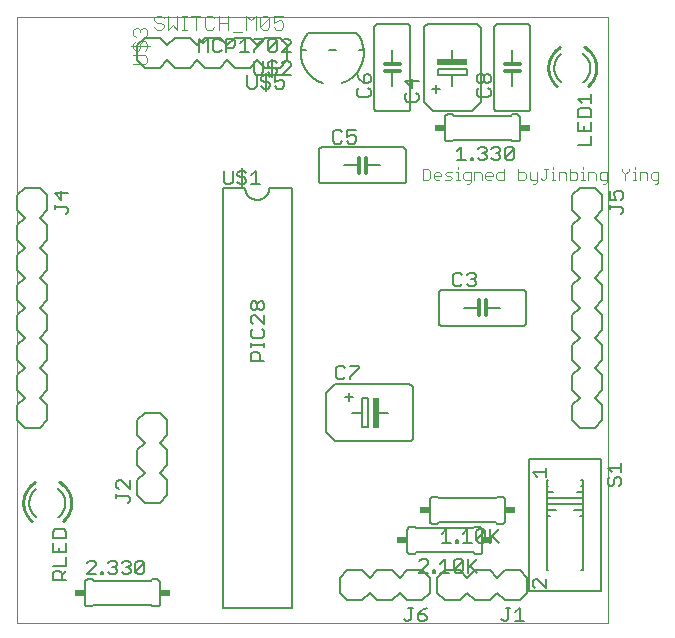
<source format=gto>
G75*
%MOIN*%
%OFA0B0*%
%FSLAX25Y25*%
%IPPOS*%
%LPD*%
%AMOC8*
5,1,8,0,0,1.08239X$1,22.5*
%
%ADD10C,0.00000*%
%ADD11C,0.00300*%
%ADD12C,0.01200*%
%ADD13C,0.00600*%
%ADD14C,0.00500*%
%ADD15C,0.00800*%
%ADD16C,0.01000*%
%ADD17C,0.00400*%
%ADD18R,0.10000X0.02000*%
%ADD19R,0.02000X0.10000*%
%ADD20R,0.03400X0.02400*%
D10*
X0001800Y0002367D02*
X0001800Y0204217D01*
X0198650Y0204217D01*
X0198650Y0002367D01*
X0001800Y0002367D01*
D11*
X0151689Y0148782D02*
X0152306Y0148782D01*
X0152924Y0149399D01*
X0152924Y0152485D01*
X0151072Y0152485D01*
X0150455Y0151868D01*
X0150455Y0150634D01*
X0151072Y0150017D01*
X0152924Y0150017D01*
X0154138Y0150017D02*
X0154138Y0152485D01*
X0155990Y0152485D01*
X0156607Y0151868D01*
X0156607Y0150017D01*
X0157821Y0150634D02*
X0157821Y0151868D01*
X0158438Y0152485D01*
X0159673Y0152485D01*
X0160290Y0151868D01*
X0160290Y0151251D01*
X0157821Y0151251D01*
X0157821Y0150634D02*
X0158438Y0150017D01*
X0159673Y0150017D01*
X0161504Y0150634D02*
X0161504Y0151868D01*
X0162121Y0152485D01*
X0163973Y0152485D01*
X0163973Y0153720D02*
X0163973Y0150017D01*
X0162121Y0150017D01*
X0161504Y0150634D01*
X0168871Y0150017D02*
X0170722Y0150017D01*
X0171339Y0150634D01*
X0171339Y0151868D01*
X0170722Y0152485D01*
X0168871Y0152485D01*
X0168871Y0153720D02*
X0168871Y0150017D01*
X0172554Y0150634D02*
X0172554Y0152485D01*
X0172554Y0150634D02*
X0173171Y0150017D01*
X0175023Y0150017D01*
X0175023Y0149399D02*
X0174405Y0148782D01*
X0173788Y0148782D01*
X0175023Y0149399D02*
X0175023Y0152485D01*
X0176237Y0150634D02*
X0176854Y0150017D01*
X0177471Y0150017D01*
X0178088Y0150634D01*
X0178088Y0153720D01*
X0177471Y0153720D02*
X0178706Y0153720D01*
X0179920Y0152485D02*
X0180537Y0152485D01*
X0180537Y0150017D01*
X0179920Y0150017D02*
X0181154Y0150017D01*
X0182375Y0150017D02*
X0182375Y0152485D01*
X0184227Y0152485D01*
X0184844Y0151868D01*
X0184844Y0150017D01*
X0186059Y0150017D02*
X0187910Y0150017D01*
X0188527Y0150634D01*
X0188527Y0151868D01*
X0187910Y0152485D01*
X0186059Y0152485D01*
X0186059Y0153720D02*
X0186059Y0150017D01*
X0189742Y0150017D02*
X0190976Y0150017D01*
X0190359Y0150017D02*
X0190359Y0152485D01*
X0189742Y0152485D01*
X0190359Y0153720D02*
X0190359Y0154337D01*
X0192197Y0152485D02*
X0194049Y0152485D01*
X0194666Y0151868D01*
X0194666Y0150017D01*
X0195880Y0150634D02*
X0195880Y0151868D01*
X0196497Y0152485D01*
X0198349Y0152485D01*
X0198349Y0149399D01*
X0197732Y0148782D01*
X0197115Y0148782D01*
X0196497Y0150017D02*
X0198349Y0150017D01*
X0196497Y0150017D02*
X0195880Y0150634D01*
X0192197Y0150017D02*
X0192197Y0152485D01*
X0203247Y0153103D02*
X0204481Y0151868D01*
X0204481Y0150017D01*
X0204481Y0151868D02*
X0205715Y0153103D01*
X0205715Y0153720D01*
X0206930Y0152485D02*
X0207547Y0152485D01*
X0207547Y0150017D01*
X0206930Y0150017D02*
X0208164Y0150017D01*
X0209385Y0150017D02*
X0209385Y0152485D01*
X0211237Y0152485D01*
X0211854Y0151868D01*
X0211854Y0150017D01*
X0213068Y0150634D02*
X0213068Y0151868D01*
X0213685Y0152485D01*
X0215537Y0152485D01*
X0215537Y0149399D01*
X0214920Y0148782D01*
X0214303Y0148782D01*
X0213685Y0150017D02*
X0215537Y0150017D01*
X0213685Y0150017D02*
X0213068Y0150634D01*
X0207547Y0153720D02*
X0207547Y0154337D01*
X0203247Y0153720D02*
X0203247Y0153103D01*
X0180537Y0153720D02*
X0180537Y0154337D01*
X0149234Y0150017D02*
X0147999Y0150017D01*
X0148617Y0150017D02*
X0148617Y0152485D01*
X0147999Y0152485D01*
X0146785Y0152485D02*
X0144933Y0152485D01*
X0144316Y0151868D01*
X0144933Y0151251D01*
X0146168Y0151251D01*
X0146785Y0150634D01*
X0146168Y0150017D01*
X0144316Y0150017D01*
X0143102Y0151251D02*
X0140633Y0151251D01*
X0140633Y0150634D02*
X0140633Y0151868D01*
X0141250Y0152485D01*
X0142485Y0152485D01*
X0143102Y0151868D01*
X0143102Y0151251D01*
X0142485Y0150017D02*
X0141250Y0150017D01*
X0140633Y0150634D01*
X0139419Y0150634D02*
X0139419Y0153103D01*
X0138802Y0153720D01*
X0136950Y0153720D01*
X0136950Y0150017D01*
X0138802Y0150017D01*
X0139419Y0150634D01*
X0148617Y0153720D02*
X0148617Y0154337D01*
D12*
X0118100Y0154867D02*
X0118100Y0152367D01*
X0118100Y0154867D02*
X0118100Y0157367D01*
X0115600Y0157367D02*
X0115600Y0154867D01*
X0115600Y0152367D01*
X0124300Y0186167D02*
X0126800Y0186167D01*
X0129300Y0186167D01*
X0129300Y0188667D02*
X0126800Y0188667D01*
X0124300Y0188667D01*
X0164300Y0188667D02*
X0166800Y0188667D01*
X0169300Y0188667D01*
X0169300Y0186167D02*
X0166800Y0186167D01*
X0164300Y0186167D01*
X0158100Y0109867D02*
X0158100Y0107367D01*
X0158100Y0104867D01*
X0155600Y0104867D02*
X0155600Y0107367D01*
X0155600Y0109867D01*
D13*
X0155600Y0107367D02*
X0150800Y0107367D01*
X0143300Y0113367D02*
X0143240Y0113365D01*
X0143179Y0113360D01*
X0143120Y0113351D01*
X0143061Y0113338D01*
X0143002Y0113322D01*
X0142945Y0113302D01*
X0142890Y0113279D01*
X0142835Y0113252D01*
X0142783Y0113223D01*
X0142732Y0113190D01*
X0142683Y0113154D01*
X0142637Y0113116D01*
X0142593Y0113074D01*
X0142551Y0113030D01*
X0142513Y0112984D01*
X0142477Y0112935D01*
X0142444Y0112884D01*
X0142415Y0112832D01*
X0142388Y0112777D01*
X0142365Y0112722D01*
X0142345Y0112665D01*
X0142329Y0112606D01*
X0142316Y0112547D01*
X0142307Y0112488D01*
X0142302Y0112427D01*
X0142300Y0112367D01*
X0142300Y0102367D01*
X0142302Y0102307D01*
X0142307Y0102246D01*
X0142316Y0102187D01*
X0142329Y0102128D01*
X0142345Y0102069D01*
X0142365Y0102012D01*
X0142388Y0101957D01*
X0142415Y0101902D01*
X0142444Y0101850D01*
X0142477Y0101799D01*
X0142513Y0101750D01*
X0142551Y0101704D01*
X0142593Y0101660D01*
X0142637Y0101618D01*
X0142683Y0101580D01*
X0142732Y0101544D01*
X0142783Y0101511D01*
X0142835Y0101482D01*
X0142890Y0101455D01*
X0142945Y0101432D01*
X0143002Y0101412D01*
X0143061Y0101396D01*
X0143120Y0101383D01*
X0143179Y0101374D01*
X0143240Y0101369D01*
X0143300Y0101367D01*
X0170300Y0101367D01*
X0170360Y0101369D01*
X0170421Y0101374D01*
X0170480Y0101383D01*
X0170539Y0101396D01*
X0170598Y0101412D01*
X0170655Y0101432D01*
X0170710Y0101455D01*
X0170765Y0101482D01*
X0170817Y0101511D01*
X0170868Y0101544D01*
X0170917Y0101580D01*
X0170963Y0101618D01*
X0171007Y0101660D01*
X0171049Y0101704D01*
X0171087Y0101750D01*
X0171123Y0101799D01*
X0171156Y0101850D01*
X0171185Y0101902D01*
X0171212Y0101957D01*
X0171235Y0102012D01*
X0171255Y0102069D01*
X0171271Y0102128D01*
X0171284Y0102187D01*
X0171293Y0102246D01*
X0171298Y0102307D01*
X0171300Y0102367D01*
X0171300Y0112367D01*
X0171298Y0112427D01*
X0171293Y0112488D01*
X0171284Y0112547D01*
X0171271Y0112606D01*
X0171255Y0112665D01*
X0171235Y0112722D01*
X0171212Y0112777D01*
X0171185Y0112832D01*
X0171156Y0112884D01*
X0171123Y0112935D01*
X0171087Y0112984D01*
X0171049Y0113030D01*
X0171007Y0113074D01*
X0170963Y0113116D01*
X0170917Y0113154D01*
X0170868Y0113190D01*
X0170817Y0113223D01*
X0170765Y0113252D01*
X0170710Y0113279D01*
X0170655Y0113302D01*
X0170598Y0113322D01*
X0170539Y0113338D01*
X0170480Y0113351D01*
X0170421Y0113360D01*
X0170360Y0113365D01*
X0170300Y0113367D01*
X0143300Y0113367D01*
X0158100Y0107367D02*
X0162800Y0107367D01*
X0133800Y0080367D02*
X0133800Y0064367D01*
X0133798Y0064291D01*
X0133792Y0064215D01*
X0133783Y0064140D01*
X0133769Y0064065D01*
X0133752Y0063991D01*
X0133731Y0063918D01*
X0133707Y0063846D01*
X0133678Y0063775D01*
X0133647Y0063706D01*
X0133612Y0063639D01*
X0133573Y0063574D01*
X0133531Y0063510D01*
X0133486Y0063449D01*
X0133438Y0063390D01*
X0133387Y0063334D01*
X0133333Y0063280D01*
X0133277Y0063229D01*
X0133218Y0063181D01*
X0133157Y0063136D01*
X0133093Y0063094D01*
X0133028Y0063055D01*
X0132961Y0063020D01*
X0132892Y0062989D01*
X0132821Y0062960D01*
X0132749Y0062936D01*
X0132676Y0062915D01*
X0132602Y0062898D01*
X0132527Y0062884D01*
X0132452Y0062875D01*
X0132376Y0062869D01*
X0132300Y0062867D01*
X0107800Y0062867D01*
X0104800Y0065867D01*
X0104800Y0078867D01*
X0107800Y0081867D01*
X0132300Y0081867D01*
X0132376Y0081865D01*
X0132452Y0081859D01*
X0132527Y0081850D01*
X0132602Y0081836D01*
X0132676Y0081819D01*
X0132749Y0081798D01*
X0132821Y0081774D01*
X0132892Y0081745D01*
X0132961Y0081714D01*
X0133028Y0081679D01*
X0133093Y0081640D01*
X0133157Y0081598D01*
X0133218Y0081553D01*
X0133277Y0081505D01*
X0133333Y0081454D01*
X0133387Y0081400D01*
X0133438Y0081344D01*
X0133486Y0081285D01*
X0133531Y0081224D01*
X0133573Y0081160D01*
X0133612Y0081095D01*
X0133647Y0081028D01*
X0133678Y0080959D01*
X0133707Y0080888D01*
X0133731Y0080816D01*
X0133752Y0080743D01*
X0133769Y0080669D01*
X0133783Y0080594D01*
X0133792Y0080519D01*
X0133798Y0080443D01*
X0133800Y0080367D01*
X0125300Y0072367D02*
X0121800Y0072367D01*
X0116800Y0072367D02*
X0116800Y0067567D01*
X0118800Y0067567D01*
X0118800Y0077167D01*
X0116800Y0077167D01*
X0116800Y0072367D01*
X0113300Y0072367D01*
X0112300Y0076467D02*
X0112300Y0078967D01*
X0113600Y0077767D02*
X0111000Y0077767D01*
X0140300Y0044367D02*
X0141800Y0044367D01*
X0142300Y0043867D01*
X0161300Y0043867D01*
X0161800Y0044367D01*
X0163300Y0044367D01*
X0163360Y0044365D01*
X0163421Y0044360D01*
X0163480Y0044351D01*
X0163539Y0044338D01*
X0163598Y0044322D01*
X0163655Y0044302D01*
X0163710Y0044279D01*
X0163765Y0044252D01*
X0163817Y0044223D01*
X0163868Y0044190D01*
X0163917Y0044154D01*
X0163963Y0044116D01*
X0164007Y0044074D01*
X0164049Y0044030D01*
X0164087Y0043984D01*
X0164123Y0043935D01*
X0164156Y0043884D01*
X0164185Y0043832D01*
X0164212Y0043777D01*
X0164235Y0043722D01*
X0164255Y0043665D01*
X0164271Y0043606D01*
X0164284Y0043547D01*
X0164293Y0043488D01*
X0164298Y0043427D01*
X0164300Y0043367D01*
X0164300Y0036367D01*
X0164298Y0036307D01*
X0164293Y0036246D01*
X0164284Y0036187D01*
X0164271Y0036128D01*
X0164255Y0036069D01*
X0164235Y0036012D01*
X0164212Y0035957D01*
X0164185Y0035902D01*
X0164156Y0035850D01*
X0164123Y0035799D01*
X0164087Y0035750D01*
X0164049Y0035704D01*
X0164007Y0035660D01*
X0163963Y0035618D01*
X0163917Y0035580D01*
X0163868Y0035544D01*
X0163817Y0035511D01*
X0163765Y0035482D01*
X0163710Y0035455D01*
X0163655Y0035432D01*
X0163598Y0035412D01*
X0163539Y0035396D01*
X0163480Y0035383D01*
X0163421Y0035374D01*
X0163360Y0035369D01*
X0163300Y0035367D01*
X0161800Y0035367D01*
X0161300Y0035867D01*
X0142300Y0035867D01*
X0141800Y0035367D01*
X0140300Y0035367D01*
X0140240Y0035369D01*
X0140179Y0035374D01*
X0140120Y0035383D01*
X0140061Y0035396D01*
X0140002Y0035412D01*
X0139945Y0035432D01*
X0139890Y0035455D01*
X0139835Y0035482D01*
X0139783Y0035511D01*
X0139732Y0035544D01*
X0139683Y0035580D01*
X0139637Y0035618D01*
X0139593Y0035660D01*
X0139551Y0035704D01*
X0139513Y0035750D01*
X0139477Y0035799D01*
X0139444Y0035850D01*
X0139415Y0035902D01*
X0139388Y0035957D01*
X0139365Y0036012D01*
X0139345Y0036069D01*
X0139329Y0036128D01*
X0139316Y0036187D01*
X0139307Y0036246D01*
X0139302Y0036307D01*
X0139300Y0036367D01*
X0139300Y0043367D01*
X0139302Y0043427D01*
X0139307Y0043488D01*
X0139316Y0043547D01*
X0139329Y0043606D01*
X0139345Y0043665D01*
X0139365Y0043722D01*
X0139388Y0043777D01*
X0139415Y0043832D01*
X0139444Y0043884D01*
X0139477Y0043935D01*
X0139513Y0043984D01*
X0139551Y0044030D01*
X0139593Y0044074D01*
X0139637Y0044116D01*
X0139683Y0044154D01*
X0139732Y0044190D01*
X0139783Y0044223D01*
X0139835Y0044252D01*
X0139890Y0044279D01*
X0139945Y0044302D01*
X0140002Y0044322D01*
X0140061Y0044338D01*
X0140120Y0044351D01*
X0140179Y0044360D01*
X0140240Y0044365D01*
X0140300Y0044367D01*
X0134300Y0034367D02*
X0132800Y0034367D01*
X0132740Y0034365D01*
X0132679Y0034360D01*
X0132620Y0034351D01*
X0132561Y0034338D01*
X0132502Y0034322D01*
X0132445Y0034302D01*
X0132390Y0034279D01*
X0132335Y0034252D01*
X0132283Y0034223D01*
X0132232Y0034190D01*
X0132183Y0034154D01*
X0132137Y0034116D01*
X0132093Y0034074D01*
X0132051Y0034030D01*
X0132013Y0033984D01*
X0131977Y0033935D01*
X0131944Y0033884D01*
X0131915Y0033832D01*
X0131888Y0033777D01*
X0131865Y0033722D01*
X0131845Y0033665D01*
X0131829Y0033606D01*
X0131816Y0033547D01*
X0131807Y0033488D01*
X0131802Y0033427D01*
X0131800Y0033367D01*
X0131800Y0026367D01*
X0131802Y0026307D01*
X0131807Y0026246D01*
X0131816Y0026187D01*
X0131829Y0026128D01*
X0131845Y0026069D01*
X0131865Y0026012D01*
X0131888Y0025957D01*
X0131915Y0025902D01*
X0131944Y0025850D01*
X0131977Y0025799D01*
X0132013Y0025750D01*
X0132051Y0025704D01*
X0132093Y0025660D01*
X0132137Y0025618D01*
X0132183Y0025580D01*
X0132232Y0025544D01*
X0132283Y0025511D01*
X0132335Y0025482D01*
X0132390Y0025455D01*
X0132445Y0025432D01*
X0132502Y0025412D01*
X0132561Y0025396D01*
X0132620Y0025383D01*
X0132679Y0025374D01*
X0132740Y0025369D01*
X0132800Y0025367D01*
X0134300Y0025367D01*
X0134800Y0025867D01*
X0153800Y0025867D01*
X0154300Y0025367D01*
X0155800Y0025367D01*
X0155860Y0025369D01*
X0155921Y0025374D01*
X0155980Y0025383D01*
X0156039Y0025396D01*
X0156098Y0025412D01*
X0156155Y0025432D01*
X0156210Y0025455D01*
X0156265Y0025482D01*
X0156317Y0025511D01*
X0156368Y0025544D01*
X0156417Y0025580D01*
X0156463Y0025618D01*
X0156507Y0025660D01*
X0156549Y0025704D01*
X0156587Y0025750D01*
X0156623Y0025799D01*
X0156656Y0025850D01*
X0156685Y0025902D01*
X0156712Y0025957D01*
X0156735Y0026012D01*
X0156755Y0026069D01*
X0156771Y0026128D01*
X0156784Y0026187D01*
X0156793Y0026246D01*
X0156798Y0026307D01*
X0156800Y0026367D01*
X0156800Y0033367D01*
X0156798Y0033427D01*
X0156793Y0033488D01*
X0156784Y0033547D01*
X0156771Y0033606D01*
X0156755Y0033665D01*
X0156735Y0033722D01*
X0156712Y0033777D01*
X0156685Y0033832D01*
X0156656Y0033884D01*
X0156623Y0033935D01*
X0156587Y0033984D01*
X0156549Y0034030D01*
X0156507Y0034074D01*
X0156463Y0034116D01*
X0156417Y0034154D01*
X0156368Y0034190D01*
X0156317Y0034223D01*
X0156265Y0034252D01*
X0156210Y0034279D01*
X0156155Y0034302D01*
X0156098Y0034322D01*
X0156039Y0034338D01*
X0155980Y0034351D01*
X0155921Y0034360D01*
X0155860Y0034365D01*
X0155800Y0034367D01*
X0154300Y0034367D01*
X0153800Y0033867D01*
X0134800Y0033867D01*
X0134300Y0034367D01*
X0172300Y0012867D02*
X0172300Y0056867D01*
X0196300Y0056867D01*
X0196300Y0012867D01*
X0172300Y0012867D01*
X0178300Y0019867D02*
X0178800Y0019867D01*
X0178300Y0019867D02*
X0178300Y0037867D01*
X0178300Y0039867D01*
X0178300Y0041867D01*
X0178300Y0043867D01*
X0178300Y0045867D01*
X0178300Y0047867D01*
X0178300Y0049867D01*
X0178800Y0049867D01*
X0178800Y0047867D02*
X0178300Y0047867D01*
X0178300Y0045867D02*
X0180300Y0045867D01*
X0178300Y0043867D02*
X0190300Y0043867D01*
X0190300Y0045867D01*
X0188300Y0045867D01*
X0190300Y0045867D02*
X0190300Y0047867D01*
X0189800Y0047867D01*
X0190300Y0047867D02*
X0190300Y0049867D01*
X0189800Y0049867D01*
X0190300Y0043867D02*
X0190300Y0041867D01*
X0190300Y0039867D01*
X0190300Y0037867D01*
X0190300Y0019867D01*
X0189800Y0019867D01*
X0190300Y0037867D02*
X0189300Y0037867D01*
X0190300Y0039867D02*
X0187300Y0039867D01*
X0190300Y0041867D02*
X0178300Y0041867D01*
X0178300Y0039867D02*
X0181300Y0039867D01*
X0179300Y0037867D02*
X0178300Y0037867D01*
X0093300Y0007367D02*
X0070300Y0007367D01*
X0070300Y0147367D01*
X0077800Y0147367D01*
X0077802Y0147241D01*
X0077808Y0147116D01*
X0077818Y0146991D01*
X0077832Y0146866D01*
X0077849Y0146741D01*
X0077871Y0146617D01*
X0077896Y0146494D01*
X0077926Y0146372D01*
X0077959Y0146251D01*
X0077996Y0146131D01*
X0078036Y0146012D01*
X0078081Y0145895D01*
X0078129Y0145778D01*
X0078181Y0145664D01*
X0078236Y0145551D01*
X0078295Y0145440D01*
X0078357Y0145331D01*
X0078423Y0145224D01*
X0078492Y0145119D01*
X0078564Y0145016D01*
X0078639Y0144915D01*
X0078718Y0144817D01*
X0078800Y0144722D01*
X0078884Y0144629D01*
X0078972Y0144539D01*
X0079062Y0144451D01*
X0079155Y0144367D01*
X0079250Y0144285D01*
X0079348Y0144206D01*
X0079449Y0144131D01*
X0079552Y0144059D01*
X0079657Y0143990D01*
X0079764Y0143924D01*
X0079873Y0143862D01*
X0079984Y0143803D01*
X0080097Y0143748D01*
X0080211Y0143696D01*
X0080328Y0143648D01*
X0080445Y0143603D01*
X0080564Y0143563D01*
X0080684Y0143526D01*
X0080805Y0143493D01*
X0080927Y0143463D01*
X0081050Y0143438D01*
X0081174Y0143416D01*
X0081299Y0143399D01*
X0081424Y0143385D01*
X0081549Y0143375D01*
X0081674Y0143369D01*
X0081800Y0143367D01*
X0081926Y0143369D01*
X0082051Y0143375D01*
X0082176Y0143385D01*
X0082301Y0143399D01*
X0082426Y0143416D01*
X0082550Y0143438D01*
X0082673Y0143463D01*
X0082795Y0143493D01*
X0082916Y0143526D01*
X0083036Y0143563D01*
X0083155Y0143603D01*
X0083272Y0143648D01*
X0083389Y0143696D01*
X0083503Y0143748D01*
X0083616Y0143803D01*
X0083727Y0143862D01*
X0083836Y0143924D01*
X0083943Y0143990D01*
X0084048Y0144059D01*
X0084151Y0144131D01*
X0084252Y0144206D01*
X0084350Y0144285D01*
X0084445Y0144367D01*
X0084538Y0144451D01*
X0084628Y0144539D01*
X0084716Y0144629D01*
X0084800Y0144722D01*
X0084882Y0144817D01*
X0084961Y0144915D01*
X0085036Y0145016D01*
X0085108Y0145119D01*
X0085177Y0145224D01*
X0085243Y0145331D01*
X0085305Y0145440D01*
X0085364Y0145551D01*
X0085419Y0145664D01*
X0085471Y0145778D01*
X0085519Y0145895D01*
X0085564Y0146012D01*
X0085604Y0146131D01*
X0085641Y0146251D01*
X0085674Y0146372D01*
X0085704Y0146494D01*
X0085729Y0146617D01*
X0085751Y0146741D01*
X0085768Y0146866D01*
X0085782Y0146991D01*
X0085792Y0147116D01*
X0085798Y0147241D01*
X0085800Y0147367D01*
X0093300Y0147367D01*
X0093300Y0007367D01*
X0049300Y0008867D02*
X0049300Y0015867D01*
X0049298Y0015927D01*
X0049293Y0015988D01*
X0049284Y0016047D01*
X0049271Y0016106D01*
X0049255Y0016165D01*
X0049235Y0016222D01*
X0049212Y0016277D01*
X0049185Y0016332D01*
X0049156Y0016384D01*
X0049123Y0016435D01*
X0049087Y0016484D01*
X0049049Y0016530D01*
X0049007Y0016574D01*
X0048963Y0016616D01*
X0048917Y0016654D01*
X0048868Y0016690D01*
X0048817Y0016723D01*
X0048765Y0016752D01*
X0048710Y0016779D01*
X0048655Y0016802D01*
X0048598Y0016822D01*
X0048539Y0016838D01*
X0048480Y0016851D01*
X0048421Y0016860D01*
X0048360Y0016865D01*
X0048300Y0016867D01*
X0046800Y0016867D01*
X0046300Y0016367D01*
X0027300Y0016367D01*
X0026800Y0016867D01*
X0025300Y0016867D01*
X0025240Y0016865D01*
X0025179Y0016860D01*
X0025120Y0016851D01*
X0025061Y0016838D01*
X0025002Y0016822D01*
X0024945Y0016802D01*
X0024890Y0016779D01*
X0024835Y0016752D01*
X0024783Y0016723D01*
X0024732Y0016690D01*
X0024683Y0016654D01*
X0024637Y0016616D01*
X0024593Y0016574D01*
X0024551Y0016530D01*
X0024513Y0016484D01*
X0024477Y0016435D01*
X0024444Y0016384D01*
X0024415Y0016332D01*
X0024388Y0016277D01*
X0024365Y0016222D01*
X0024345Y0016165D01*
X0024329Y0016106D01*
X0024316Y0016047D01*
X0024307Y0015988D01*
X0024302Y0015927D01*
X0024300Y0015867D01*
X0024300Y0008867D01*
X0024302Y0008807D01*
X0024307Y0008746D01*
X0024316Y0008687D01*
X0024329Y0008628D01*
X0024345Y0008569D01*
X0024365Y0008512D01*
X0024388Y0008457D01*
X0024415Y0008402D01*
X0024444Y0008350D01*
X0024477Y0008299D01*
X0024513Y0008250D01*
X0024551Y0008204D01*
X0024593Y0008160D01*
X0024637Y0008118D01*
X0024683Y0008080D01*
X0024732Y0008044D01*
X0024783Y0008011D01*
X0024835Y0007982D01*
X0024890Y0007955D01*
X0024945Y0007932D01*
X0025002Y0007912D01*
X0025061Y0007896D01*
X0025120Y0007883D01*
X0025179Y0007874D01*
X0025240Y0007869D01*
X0025300Y0007867D01*
X0026800Y0007867D01*
X0027300Y0008367D01*
X0046300Y0008367D01*
X0046800Y0007867D01*
X0048300Y0007867D01*
X0048360Y0007869D01*
X0048421Y0007874D01*
X0048480Y0007883D01*
X0048539Y0007896D01*
X0048598Y0007912D01*
X0048655Y0007932D01*
X0048710Y0007955D01*
X0048765Y0007982D01*
X0048817Y0008011D01*
X0048868Y0008044D01*
X0048917Y0008080D01*
X0048963Y0008118D01*
X0049007Y0008160D01*
X0049049Y0008204D01*
X0049087Y0008250D01*
X0049123Y0008299D01*
X0049156Y0008350D01*
X0049185Y0008402D01*
X0049212Y0008457D01*
X0049235Y0008512D01*
X0049255Y0008569D01*
X0049271Y0008628D01*
X0049284Y0008687D01*
X0049293Y0008746D01*
X0049298Y0008807D01*
X0049300Y0008867D01*
X0005800Y0042367D02*
X0005802Y0042519D01*
X0005808Y0042670D01*
X0005817Y0042821D01*
X0005831Y0042973D01*
X0005848Y0043123D01*
X0005869Y0043273D01*
X0005894Y0043423D01*
X0005922Y0043572D01*
X0005955Y0043720D01*
X0005991Y0043867D01*
X0006030Y0044014D01*
X0006074Y0044159D01*
X0006121Y0044303D01*
X0006172Y0044446D01*
X0006226Y0044587D01*
X0006284Y0044728D01*
X0006345Y0044866D01*
X0006410Y0045003D01*
X0006479Y0045139D01*
X0006550Y0045272D01*
X0006625Y0045404D01*
X0006704Y0045534D01*
X0006785Y0045661D01*
X0006870Y0045787D01*
X0006958Y0045911D01*
X0007049Y0046032D01*
X0007143Y0046151D01*
X0007241Y0046267D01*
X0007341Y0046381D01*
X0007443Y0046493D01*
X0007549Y0046601D01*
X0007657Y0046707D01*
X0007768Y0046811D01*
X0007882Y0046911D01*
X0007998Y0047009D01*
X0008117Y0047103D01*
X0017800Y0042367D02*
X0017798Y0042213D01*
X0017792Y0042059D01*
X0017782Y0041905D01*
X0017768Y0041751D01*
X0017751Y0041598D01*
X0017729Y0041446D01*
X0017703Y0041294D01*
X0017674Y0041142D01*
X0017640Y0040992D01*
X0017603Y0040842D01*
X0017562Y0040694D01*
X0017517Y0040546D01*
X0017468Y0040400D01*
X0017416Y0040255D01*
X0017360Y0040112D01*
X0017300Y0039969D01*
X0017237Y0039829D01*
X0017170Y0039690D01*
X0017099Y0039553D01*
X0017025Y0039418D01*
X0016948Y0039285D01*
X0016867Y0039153D01*
X0016783Y0039024D01*
X0016695Y0038897D01*
X0016604Y0038773D01*
X0016511Y0038651D01*
X0016413Y0038531D01*
X0016313Y0038414D01*
X0016210Y0038299D01*
X0016104Y0038187D01*
X0015996Y0038078D01*
X0015884Y0037972D01*
X0015770Y0037868D01*
X0015653Y0037768D01*
X0015534Y0037670D01*
X0015412Y0037576D01*
X0015287Y0037485D01*
X0017800Y0042367D02*
X0017798Y0042517D01*
X0017792Y0042668D01*
X0017783Y0042818D01*
X0017770Y0042967D01*
X0017753Y0043117D01*
X0017732Y0043266D01*
X0017708Y0043414D01*
X0017680Y0043562D01*
X0017648Y0043709D01*
X0017613Y0043855D01*
X0017573Y0044000D01*
X0017531Y0044144D01*
X0017484Y0044287D01*
X0017434Y0044429D01*
X0017381Y0044570D01*
X0017324Y0044709D01*
X0017264Y0044847D01*
X0017200Y0044983D01*
X0017133Y0045117D01*
X0017062Y0045250D01*
X0016988Y0045381D01*
X0016911Y0045510D01*
X0016830Y0045637D01*
X0016747Y0045762D01*
X0016660Y0045885D01*
X0016571Y0046006D01*
X0016478Y0046124D01*
X0016382Y0046240D01*
X0016284Y0046354D01*
X0016183Y0046465D01*
X0016078Y0046574D01*
X0015972Y0046679D01*
X0015862Y0046783D01*
X0015750Y0046883D01*
X0015636Y0046981D01*
X0015519Y0047075D01*
X0015400Y0047167D01*
X0005800Y0042367D02*
X0005802Y0042215D01*
X0005808Y0042064D01*
X0005817Y0041913D01*
X0005831Y0041761D01*
X0005848Y0041611D01*
X0005869Y0041461D01*
X0005894Y0041311D01*
X0005922Y0041162D01*
X0005955Y0041014D01*
X0005991Y0040867D01*
X0006030Y0040720D01*
X0006074Y0040575D01*
X0006121Y0040431D01*
X0006172Y0040288D01*
X0006226Y0040147D01*
X0006284Y0040006D01*
X0006345Y0039868D01*
X0006410Y0039731D01*
X0006479Y0039595D01*
X0006550Y0039462D01*
X0006625Y0039330D01*
X0006704Y0039200D01*
X0006785Y0039073D01*
X0006870Y0038947D01*
X0006958Y0038823D01*
X0007049Y0038702D01*
X0007143Y0038583D01*
X0007241Y0038467D01*
X0007341Y0038353D01*
X0007443Y0038241D01*
X0007549Y0038133D01*
X0007657Y0038027D01*
X0007768Y0037923D01*
X0007882Y0037823D01*
X0007998Y0037725D01*
X0008117Y0037631D01*
X0103300Y0148867D02*
X0130300Y0148867D01*
X0130360Y0148869D01*
X0130421Y0148874D01*
X0130480Y0148883D01*
X0130539Y0148896D01*
X0130598Y0148912D01*
X0130655Y0148932D01*
X0130710Y0148955D01*
X0130765Y0148982D01*
X0130817Y0149011D01*
X0130868Y0149044D01*
X0130917Y0149080D01*
X0130963Y0149118D01*
X0131007Y0149160D01*
X0131049Y0149204D01*
X0131087Y0149250D01*
X0131123Y0149299D01*
X0131156Y0149350D01*
X0131185Y0149402D01*
X0131212Y0149457D01*
X0131235Y0149512D01*
X0131255Y0149569D01*
X0131271Y0149628D01*
X0131284Y0149687D01*
X0131293Y0149746D01*
X0131298Y0149807D01*
X0131300Y0149867D01*
X0131300Y0159867D01*
X0131298Y0159927D01*
X0131293Y0159988D01*
X0131284Y0160047D01*
X0131271Y0160106D01*
X0131255Y0160165D01*
X0131235Y0160222D01*
X0131212Y0160277D01*
X0131185Y0160332D01*
X0131156Y0160384D01*
X0131123Y0160435D01*
X0131087Y0160484D01*
X0131049Y0160530D01*
X0131007Y0160574D01*
X0130963Y0160616D01*
X0130917Y0160654D01*
X0130868Y0160690D01*
X0130817Y0160723D01*
X0130765Y0160752D01*
X0130710Y0160779D01*
X0130655Y0160802D01*
X0130598Y0160822D01*
X0130539Y0160838D01*
X0130480Y0160851D01*
X0130421Y0160860D01*
X0130360Y0160865D01*
X0130300Y0160867D01*
X0103300Y0160867D01*
X0103240Y0160865D01*
X0103179Y0160860D01*
X0103120Y0160851D01*
X0103061Y0160838D01*
X0103002Y0160822D01*
X0102945Y0160802D01*
X0102890Y0160779D01*
X0102835Y0160752D01*
X0102783Y0160723D01*
X0102732Y0160690D01*
X0102683Y0160654D01*
X0102637Y0160616D01*
X0102593Y0160574D01*
X0102551Y0160530D01*
X0102513Y0160484D01*
X0102477Y0160435D01*
X0102444Y0160384D01*
X0102415Y0160332D01*
X0102388Y0160277D01*
X0102365Y0160222D01*
X0102345Y0160165D01*
X0102329Y0160106D01*
X0102316Y0160047D01*
X0102307Y0159988D01*
X0102302Y0159927D01*
X0102300Y0159867D01*
X0102300Y0149867D01*
X0102302Y0149807D01*
X0102307Y0149746D01*
X0102316Y0149687D01*
X0102329Y0149628D01*
X0102345Y0149569D01*
X0102365Y0149512D01*
X0102388Y0149457D01*
X0102415Y0149402D01*
X0102444Y0149350D01*
X0102477Y0149299D01*
X0102513Y0149250D01*
X0102551Y0149204D01*
X0102593Y0149160D01*
X0102637Y0149118D01*
X0102683Y0149080D01*
X0102732Y0149044D01*
X0102783Y0149011D01*
X0102835Y0148982D01*
X0102890Y0148955D01*
X0102945Y0148932D01*
X0103002Y0148912D01*
X0103061Y0148896D01*
X0103120Y0148883D01*
X0103179Y0148874D01*
X0103240Y0148869D01*
X0103300Y0148867D01*
X0110800Y0154867D02*
X0115600Y0154867D01*
X0118100Y0154867D02*
X0122800Y0154867D01*
X0121800Y0172867D02*
X0131800Y0172867D01*
X0131860Y0172869D01*
X0131921Y0172874D01*
X0131980Y0172883D01*
X0132039Y0172896D01*
X0132098Y0172912D01*
X0132155Y0172932D01*
X0132210Y0172955D01*
X0132265Y0172982D01*
X0132317Y0173011D01*
X0132368Y0173044D01*
X0132417Y0173080D01*
X0132463Y0173118D01*
X0132507Y0173160D01*
X0132549Y0173204D01*
X0132587Y0173250D01*
X0132623Y0173299D01*
X0132656Y0173350D01*
X0132685Y0173402D01*
X0132712Y0173457D01*
X0132735Y0173512D01*
X0132755Y0173569D01*
X0132771Y0173628D01*
X0132784Y0173687D01*
X0132793Y0173746D01*
X0132798Y0173807D01*
X0132800Y0173867D01*
X0132800Y0200867D01*
X0132798Y0200927D01*
X0132793Y0200988D01*
X0132784Y0201047D01*
X0132771Y0201106D01*
X0132755Y0201165D01*
X0132735Y0201222D01*
X0132712Y0201277D01*
X0132685Y0201332D01*
X0132656Y0201384D01*
X0132623Y0201435D01*
X0132587Y0201484D01*
X0132549Y0201530D01*
X0132507Y0201574D01*
X0132463Y0201616D01*
X0132417Y0201654D01*
X0132368Y0201690D01*
X0132317Y0201723D01*
X0132265Y0201752D01*
X0132210Y0201779D01*
X0132155Y0201802D01*
X0132098Y0201822D01*
X0132039Y0201838D01*
X0131980Y0201851D01*
X0131921Y0201860D01*
X0131860Y0201865D01*
X0131800Y0201867D01*
X0121800Y0201867D01*
X0121740Y0201865D01*
X0121679Y0201860D01*
X0121620Y0201851D01*
X0121561Y0201838D01*
X0121502Y0201822D01*
X0121445Y0201802D01*
X0121390Y0201779D01*
X0121335Y0201752D01*
X0121283Y0201723D01*
X0121232Y0201690D01*
X0121183Y0201654D01*
X0121137Y0201616D01*
X0121093Y0201574D01*
X0121051Y0201530D01*
X0121013Y0201484D01*
X0120977Y0201435D01*
X0120944Y0201384D01*
X0120915Y0201332D01*
X0120888Y0201277D01*
X0120865Y0201222D01*
X0120845Y0201165D01*
X0120829Y0201106D01*
X0120816Y0201047D01*
X0120807Y0200988D01*
X0120802Y0200927D01*
X0120800Y0200867D01*
X0120800Y0173867D01*
X0120802Y0173807D01*
X0120807Y0173746D01*
X0120816Y0173687D01*
X0120829Y0173628D01*
X0120845Y0173569D01*
X0120865Y0173512D01*
X0120888Y0173457D01*
X0120915Y0173402D01*
X0120944Y0173350D01*
X0120977Y0173299D01*
X0121013Y0173250D01*
X0121051Y0173204D01*
X0121093Y0173160D01*
X0121137Y0173118D01*
X0121183Y0173080D01*
X0121232Y0173044D01*
X0121283Y0173011D01*
X0121335Y0172982D01*
X0121390Y0172955D01*
X0121445Y0172932D01*
X0121502Y0172912D01*
X0121561Y0172896D01*
X0121620Y0172883D01*
X0121679Y0172874D01*
X0121740Y0172869D01*
X0121800Y0172867D01*
X0126800Y0181367D02*
X0126800Y0186167D01*
X0126800Y0188667D02*
X0126800Y0193367D01*
X0137300Y0200367D02*
X0137300Y0175867D01*
X0140300Y0172867D01*
X0153300Y0172867D01*
X0156300Y0175867D01*
X0156300Y0200367D01*
X0156298Y0200443D01*
X0156292Y0200519D01*
X0156283Y0200594D01*
X0156269Y0200669D01*
X0156252Y0200743D01*
X0156231Y0200816D01*
X0156207Y0200888D01*
X0156178Y0200959D01*
X0156147Y0201028D01*
X0156112Y0201095D01*
X0156073Y0201160D01*
X0156031Y0201224D01*
X0155986Y0201285D01*
X0155938Y0201344D01*
X0155887Y0201400D01*
X0155833Y0201454D01*
X0155777Y0201505D01*
X0155718Y0201553D01*
X0155657Y0201598D01*
X0155593Y0201640D01*
X0155528Y0201679D01*
X0155461Y0201714D01*
X0155392Y0201745D01*
X0155321Y0201774D01*
X0155249Y0201798D01*
X0155176Y0201819D01*
X0155102Y0201836D01*
X0155027Y0201850D01*
X0154952Y0201859D01*
X0154876Y0201865D01*
X0154800Y0201867D01*
X0138800Y0201867D01*
X0138724Y0201865D01*
X0138648Y0201859D01*
X0138573Y0201850D01*
X0138498Y0201836D01*
X0138424Y0201819D01*
X0138351Y0201798D01*
X0138279Y0201774D01*
X0138208Y0201745D01*
X0138139Y0201714D01*
X0138072Y0201679D01*
X0138007Y0201640D01*
X0137943Y0201598D01*
X0137882Y0201553D01*
X0137823Y0201505D01*
X0137767Y0201454D01*
X0137713Y0201400D01*
X0137662Y0201344D01*
X0137614Y0201285D01*
X0137569Y0201224D01*
X0137527Y0201160D01*
X0137488Y0201095D01*
X0137453Y0201028D01*
X0137422Y0200959D01*
X0137393Y0200888D01*
X0137369Y0200816D01*
X0137348Y0200743D01*
X0137331Y0200669D01*
X0137317Y0200594D01*
X0137308Y0200519D01*
X0137302Y0200443D01*
X0137300Y0200367D01*
X0146800Y0193367D02*
X0146800Y0189867D01*
X0151600Y0186867D02*
X0142000Y0186867D01*
X0142000Y0184867D01*
X0146800Y0184867D01*
X0151600Y0184867D01*
X0151600Y0186867D01*
X0146800Y0184867D02*
X0146800Y0181367D01*
X0142700Y0180367D02*
X0140200Y0180367D01*
X0141400Y0181667D02*
X0141400Y0179067D01*
X0145300Y0171867D02*
X0146800Y0171867D01*
X0147300Y0171367D01*
X0166300Y0171367D01*
X0166800Y0171867D01*
X0168300Y0171867D01*
X0168360Y0171865D01*
X0168421Y0171860D01*
X0168480Y0171851D01*
X0168539Y0171838D01*
X0168598Y0171822D01*
X0168655Y0171802D01*
X0168710Y0171779D01*
X0168765Y0171752D01*
X0168817Y0171723D01*
X0168868Y0171690D01*
X0168917Y0171654D01*
X0168963Y0171616D01*
X0169007Y0171574D01*
X0169049Y0171530D01*
X0169087Y0171484D01*
X0169123Y0171435D01*
X0169156Y0171384D01*
X0169185Y0171332D01*
X0169212Y0171277D01*
X0169235Y0171222D01*
X0169255Y0171165D01*
X0169271Y0171106D01*
X0169284Y0171047D01*
X0169293Y0170988D01*
X0169298Y0170927D01*
X0169300Y0170867D01*
X0169300Y0163867D01*
X0169298Y0163807D01*
X0169293Y0163746D01*
X0169284Y0163687D01*
X0169271Y0163628D01*
X0169255Y0163569D01*
X0169235Y0163512D01*
X0169212Y0163457D01*
X0169185Y0163402D01*
X0169156Y0163350D01*
X0169123Y0163299D01*
X0169087Y0163250D01*
X0169049Y0163204D01*
X0169007Y0163160D01*
X0168963Y0163118D01*
X0168917Y0163080D01*
X0168868Y0163044D01*
X0168817Y0163011D01*
X0168765Y0162982D01*
X0168710Y0162955D01*
X0168655Y0162932D01*
X0168598Y0162912D01*
X0168539Y0162896D01*
X0168480Y0162883D01*
X0168421Y0162874D01*
X0168360Y0162869D01*
X0168300Y0162867D01*
X0166800Y0162867D01*
X0166300Y0163367D01*
X0147300Y0163367D01*
X0146800Y0162867D01*
X0145300Y0162867D01*
X0145240Y0162869D01*
X0145179Y0162874D01*
X0145120Y0162883D01*
X0145061Y0162896D01*
X0145002Y0162912D01*
X0144945Y0162932D01*
X0144890Y0162955D01*
X0144835Y0162982D01*
X0144783Y0163011D01*
X0144732Y0163044D01*
X0144683Y0163080D01*
X0144637Y0163118D01*
X0144593Y0163160D01*
X0144551Y0163204D01*
X0144513Y0163250D01*
X0144477Y0163299D01*
X0144444Y0163350D01*
X0144415Y0163402D01*
X0144388Y0163457D01*
X0144365Y0163512D01*
X0144345Y0163569D01*
X0144329Y0163628D01*
X0144316Y0163687D01*
X0144307Y0163746D01*
X0144302Y0163807D01*
X0144300Y0163867D01*
X0144300Y0170867D01*
X0144302Y0170927D01*
X0144307Y0170988D01*
X0144316Y0171047D01*
X0144329Y0171106D01*
X0144345Y0171165D01*
X0144365Y0171222D01*
X0144388Y0171277D01*
X0144415Y0171332D01*
X0144444Y0171384D01*
X0144477Y0171435D01*
X0144513Y0171484D01*
X0144551Y0171530D01*
X0144593Y0171574D01*
X0144637Y0171616D01*
X0144683Y0171654D01*
X0144732Y0171690D01*
X0144783Y0171723D01*
X0144835Y0171752D01*
X0144890Y0171779D01*
X0144945Y0171802D01*
X0145002Y0171822D01*
X0145061Y0171838D01*
X0145120Y0171851D01*
X0145179Y0171860D01*
X0145240Y0171865D01*
X0145300Y0171867D01*
X0160800Y0173867D02*
X0160800Y0200867D01*
X0160802Y0200927D01*
X0160807Y0200988D01*
X0160816Y0201047D01*
X0160829Y0201106D01*
X0160845Y0201165D01*
X0160865Y0201222D01*
X0160888Y0201277D01*
X0160915Y0201332D01*
X0160944Y0201384D01*
X0160977Y0201435D01*
X0161013Y0201484D01*
X0161051Y0201530D01*
X0161093Y0201574D01*
X0161137Y0201616D01*
X0161183Y0201654D01*
X0161232Y0201690D01*
X0161283Y0201723D01*
X0161335Y0201752D01*
X0161390Y0201779D01*
X0161445Y0201802D01*
X0161502Y0201822D01*
X0161561Y0201838D01*
X0161620Y0201851D01*
X0161679Y0201860D01*
X0161740Y0201865D01*
X0161800Y0201867D01*
X0171800Y0201867D01*
X0171860Y0201865D01*
X0171921Y0201860D01*
X0171980Y0201851D01*
X0172039Y0201838D01*
X0172098Y0201822D01*
X0172155Y0201802D01*
X0172210Y0201779D01*
X0172265Y0201752D01*
X0172317Y0201723D01*
X0172368Y0201690D01*
X0172417Y0201654D01*
X0172463Y0201616D01*
X0172507Y0201574D01*
X0172549Y0201530D01*
X0172587Y0201484D01*
X0172623Y0201435D01*
X0172656Y0201384D01*
X0172685Y0201332D01*
X0172712Y0201277D01*
X0172735Y0201222D01*
X0172755Y0201165D01*
X0172771Y0201106D01*
X0172784Y0201047D01*
X0172793Y0200988D01*
X0172798Y0200927D01*
X0172800Y0200867D01*
X0172800Y0173867D01*
X0172798Y0173807D01*
X0172793Y0173746D01*
X0172784Y0173687D01*
X0172771Y0173628D01*
X0172755Y0173569D01*
X0172735Y0173512D01*
X0172712Y0173457D01*
X0172685Y0173402D01*
X0172656Y0173350D01*
X0172623Y0173299D01*
X0172587Y0173250D01*
X0172549Y0173204D01*
X0172507Y0173160D01*
X0172463Y0173118D01*
X0172417Y0173080D01*
X0172368Y0173044D01*
X0172317Y0173011D01*
X0172265Y0172982D01*
X0172210Y0172955D01*
X0172155Y0172932D01*
X0172098Y0172912D01*
X0172039Y0172896D01*
X0171980Y0172883D01*
X0171921Y0172874D01*
X0171860Y0172869D01*
X0171800Y0172867D01*
X0161800Y0172867D01*
X0161740Y0172869D01*
X0161679Y0172874D01*
X0161620Y0172883D01*
X0161561Y0172896D01*
X0161502Y0172912D01*
X0161445Y0172932D01*
X0161390Y0172955D01*
X0161335Y0172982D01*
X0161283Y0173011D01*
X0161232Y0173044D01*
X0161183Y0173080D01*
X0161137Y0173118D01*
X0161093Y0173160D01*
X0161051Y0173204D01*
X0161013Y0173250D01*
X0160977Y0173299D01*
X0160944Y0173350D01*
X0160915Y0173402D01*
X0160888Y0173457D01*
X0160865Y0173512D01*
X0160845Y0173569D01*
X0160829Y0173628D01*
X0160816Y0173687D01*
X0160807Y0173746D01*
X0160802Y0173807D01*
X0160800Y0173867D01*
X0166800Y0181367D02*
X0166800Y0186167D01*
X0166800Y0188667D02*
X0166800Y0193367D01*
X0190287Y0182485D02*
X0190412Y0182576D01*
X0190534Y0182670D01*
X0190653Y0182768D01*
X0190770Y0182868D01*
X0190884Y0182972D01*
X0190996Y0183078D01*
X0191104Y0183187D01*
X0191210Y0183299D01*
X0191313Y0183414D01*
X0191413Y0183531D01*
X0191511Y0183651D01*
X0191604Y0183773D01*
X0191695Y0183897D01*
X0191783Y0184024D01*
X0191867Y0184153D01*
X0191948Y0184285D01*
X0192025Y0184418D01*
X0192099Y0184553D01*
X0192170Y0184690D01*
X0192237Y0184829D01*
X0192300Y0184969D01*
X0192360Y0185112D01*
X0192416Y0185255D01*
X0192468Y0185400D01*
X0192517Y0185546D01*
X0192562Y0185694D01*
X0192603Y0185842D01*
X0192640Y0185992D01*
X0192674Y0186142D01*
X0192703Y0186294D01*
X0192729Y0186446D01*
X0192751Y0186598D01*
X0192768Y0186751D01*
X0192782Y0186905D01*
X0192792Y0187059D01*
X0192798Y0187213D01*
X0192800Y0187367D01*
X0183117Y0192103D02*
X0182998Y0192009D01*
X0182882Y0191911D01*
X0182768Y0191811D01*
X0182657Y0191707D01*
X0182549Y0191601D01*
X0182443Y0191493D01*
X0182341Y0191381D01*
X0182241Y0191267D01*
X0182143Y0191151D01*
X0182049Y0191032D01*
X0181958Y0190911D01*
X0181870Y0190787D01*
X0181785Y0190661D01*
X0181704Y0190534D01*
X0181625Y0190404D01*
X0181550Y0190272D01*
X0181479Y0190139D01*
X0181410Y0190003D01*
X0181345Y0189866D01*
X0181284Y0189728D01*
X0181226Y0189587D01*
X0181172Y0189446D01*
X0181121Y0189303D01*
X0181074Y0189159D01*
X0181030Y0189014D01*
X0180991Y0188867D01*
X0180955Y0188720D01*
X0180922Y0188572D01*
X0180894Y0188423D01*
X0180869Y0188273D01*
X0180848Y0188123D01*
X0180831Y0187973D01*
X0180817Y0187821D01*
X0180808Y0187670D01*
X0180802Y0187519D01*
X0180800Y0187367D01*
X0190400Y0192167D02*
X0190519Y0192075D01*
X0190636Y0191981D01*
X0190750Y0191883D01*
X0190862Y0191783D01*
X0190972Y0191679D01*
X0191078Y0191574D01*
X0191183Y0191465D01*
X0191284Y0191354D01*
X0191382Y0191240D01*
X0191478Y0191124D01*
X0191571Y0191006D01*
X0191660Y0190885D01*
X0191747Y0190762D01*
X0191830Y0190637D01*
X0191911Y0190510D01*
X0191988Y0190381D01*
X0192062Y0190250D01*
X0192133Y0190117D01*
X0192200Y0189983D01*
X0192264Y0189847D01*
X0192324Y0189709D01*
X0192381Y0189570D01*
X0192434Y0189429D01*
X0192484Y0189287D01*
X0192531Y0189144D01*
X0192573Y0189000D01*
X0192613Y0188855D01*
X0192648Y0188709D01*
X0192680Y0188562D01*
X0192708Y0188414D01*
X0192732Y0188266D01*
X0192753Y0188117D01*
X0192770Y0187967D01*
X0192783Y0187818D01*
X0192792Y0187668D01*
X0192798Y0187517D01*
X0192800Y0187367D01*
X0183117Y0182631D02*
X0182998Y0182725D01*
X0182882Y0182823D01*
X0182768Y0182923D01*
X0182657Y0183027D01*
X0182549Y0183133D01*
X0182443Y0183241D01*
X0182341Y0183353D01*
X0182241Y0183467D01*
X0182143Y0183583D01*
X0182049Y0183702D01*
X0181958Y0183823D01*
X0181870Y0183947D01*
X0181785Y0184073D01*
X0181704Y0184200D01*
X0181625Y0184330D01*
X0181550Y0184462D01*
X0181479Y0184595D01*
X0181410Y0184731D01*
X0181345Y0184868D01*
X0181284Y0185006D01*
X0181226Y0185147D01*
X0181172Y0185288D01*
X0181121Y0185431D01*
X0181074Y0185575D01*
X0181030Y0185720D01*
X0180991Y0185867D01*
X0180955Y0186014D01*
X0180922Y0186162D01*
X0180894Y0186311D01*
X0180869Y0186461D01*
X0180848Y0186611D01*
X0180831Y0186761D01*
X0180817Y0186913D01*
X0180808Y0187064D01*
X0180802Y0187215D01*
X0180800Y0187367D01*
D14*
X0188546Y0177014D02*
X0193050Y0177014D01*
X0193050Y0175513D02*
X0193050Y0178515D01*
X0190047Y0175513D02*
X0188546Y0177014D01*
X0189297Y0173911D02*
X0188546Y0173161D01*
X0188546Y0170909D01*
X0193050Y0170909D01*
X0193050Y0173161D01*
X0192299Y0173911D01*
X0189297Y0173911D01*
X0188546Y0169307D02*
X0188546Y0166305D01*
X0193050Y0166305D01*
X0193050Y0169307D01*
X0190798Y0167806D02*
X0190798Y0166305D01*
X0193050Y0164703D02*
X0193050Y0161701D01*
X0188546Y0161701D01*
X0199246Y0146315D02*
X0199246Y0143313D01*
X0201498Y0143313D01*
X0200747Y0144814D01*
X0200747Y0145565D01*
X0201498Y0146315D01*
X0202999Y0146315D01*
X0203750Y0145565D01*
X0203750Y0144063D01*
X0202999Y0143313D01*
X0202999Y0140961D02*
X0199246Y0140961D01*
X0199246Y0141711D02*
X0199246Y0140210D01*
X0202999Y0140961D02*
X0203750Y0140210D01*
X0203750Y0139459D01*
X0202999Y0138709D01*
X0167449Y0157367D02*
X0166698Y0156617D01*
X0165197Y0156617D01*
X0164446Y0157367D01*
X0167449Y0160370D01*
X0167449Y0157367D01*
X0164446Y0157367D02*
X0164446Y0160370D01*
X0165197Y0161120D01*
X0166698Y0161120D01*
X0167449Y0160370D01*
X0162845Y0160370D02*
X0162845Y0159619D01*
X0162094Y0158869D01*
X0162845Y0158118D01*
X0162845Y0157367D01*
X0162094Y0156617D01*
X0160593Y0156617D01*
X0159842Y0157367D01*
X0158241Y0157367D02*
X0158241Y0158118D01*
X0157490Y0158869D01*
X0156739Y0158869D01*
X0157490Y0158869D02*
X0158241Y0159619D01*
X0158241Y0160370D01*
X0157490Y0161120D01*
X0155989Y0161120D01*
X0155238Y0160370D01*
X0155238Y0157367D02*
X0155989Y0156617D01*
X0157490Y0156617D01*
X0158241Y0157367D01*
X0161343Y0158869D02*
X0162094Y0158869D01*
X0162845Y0160370D02*
X0162094Y0161120D01*
X0160593Y0161120D01*
X0159842Y0160370D01*
X0153687Y0157367D02*
X0153687Y0156617D01*
X0152936Y0156617D01*
X0152936Y0157367D01*
X0153687Y0157367D01*
X0151335Y0156617D02*
X0148332Y0156617D01*
X0149834Y0156617D02*
X0149834Y0161120D01*
X0148332Y0159619D01*
X0134799Y0176117D02*
X0131797Y0176117D01*
X0131046Y0176867D01*
X0131046Y0178369D01*
X0131797Y0179119D01*
X0133298Y0180721D02*
X0133298Y0183723D01*
X0131046Y0182973D02*
X0133298Y0180721D01*
X0134799Y0179119D02*
X0135550Y0178369D01*
X0135550Y0176867D01*
X0134799Y0176117D01*
X0135550Y0182973D02*
X0131046Y0182973D01*
X0119550Y0182971D02*
X0118799Y0182221D01*
X0117298Y0182221D01*
X0117298Y0184473D01*
X0118049Y0185223D01*
X0118799Y0185223D01*
X0119550Y0184473D01*
X0119550Y0182971D01*
X0117298Y0182221D02*
X0115797Y0183722D01*
X0115046Y0185223D01*
X0115797Y0180619D02*
X0115046Y0179869D01*
X0115046Y0178367D01*
X0115797Y0177617D01*
X0118799Y0177617D01*
X0119550Y0178367D01*
X0119550Y0179869D01*
X0118799Y0180619D01*
X0114656Y0166620D02*
X0111654Y0166620D01*
X0111654Y0164369D01*
X0113155Y0165119D01*
X0113906Y0165119D01*
X0114656Y0164369D01*
X0114656Y0162867D01*
X0113906Y0162117D01*
X0112405Y0162117D01*
X0111654Y0162867D01*
X0110053Y0162867D02*
X0109302Y0162117D01*
X0107801Y0162117D01*
X0107050Y0162867D01*
X0107050Y0165870D01*
X0107801Y0166620D01*
X0109302Y0166620D01*
X0110053Y0165870D01*
X0090749Y0181167D02*
X0089998Y0180417D01*
X0088497Y0180417D01*
X0087746Y0181167D01*
X0087746Y0182669D02*
X0089247Y0183419D01*
X0089998Y0183419D01*
X0090749Y0182669D01*
X0090749Y0181167D01*
X0087746Y0182669D02*
X0087746Y0184920D01*
X0090749Y0184920D01*
X0089946Y0185117D02*
X0092949Y0188119D01*
X0092949Y0188870D01*
X0092198Y0189620D01*
X0090697Y0189620D01*
X0089946Y0188870D01*
X0088345Y0188870D02*
X0087594Y0189620D01*
X0086093Y0189620D01*
X0085342Y0188870D01*
X0085342Y0188119D01*
X0086093Y0187369D01*
X0087594Y0187369D01*
X0088345Y0186618D01*
X0088345Y0185867D01*
X0087594Y0185117D01*
X0086093Y0185117D01*
X0085342Y0185867D01*
X0084643Y0185671D02*
X0084643Y0179666D01*
X0083893Y0180417D02*
X0085394Y0180417D01*
X0086145Y0181167D01*
X0086145Y0181918D01*
X0085394Y0182669D01*
X0083893Y0182669D01*
X0083142Y0183419D01*
X0083142Y0184170D01*
X0083893Y0184920D01*
X0085394Y0184920D01*
X0086145Y0184170D01*
X0086843Y0184366D02*
X0086843Y0190371D01*
X0086093Y0192617D02*
X0085342Y0193367D01*
X0088345Y0196370D01*
X0088345Y0193367D01*
X0087594Y0192617D01*
X0086093Y0192617D01*
X0085342Y0193367D02*
X0085342Y0196370D01*
X0086093Y0197120D01*
X0087594Y0197120D01*
X0088345Y0196370D01*
X0089946Y0196370D02*
X0090697Y0197120D01*
X0092198Y0197120D01*
X0092949Y0196370D01*
X0092949Y0195619D01*
X0089946Y0192617D01*
X0092949Y0192617D01*
X0096348Y0193367D02*
X0097927Y0193367D01*
X0098554Y0198867D02*
X0115046Y0198867D01*
X0115673Y0193367D02*
X0117252Y0193367D01*
X0107927Y0193367D02*
X0105673Y0193367D01*
X0115046Y0198867D02*
X0115199Y0198668D01*
X0115347Y0198466D01*
X0115490Y0198261D01*
X0115628Y0198052D01*
X0115761Y0197840D01*
X0115889Y0197625D01*
X0116011Y0197407D01*
X0116129Y0197186D01*
X0116241Y0196962D01*
X0116348Y0196736D01*
X0116449Y0196507D01*
X0116545Y0196276D01*
X0116636Y0196042D01*
X0116721Y0195807D01*
X0116800Y0195569D01*
X0116873Y0195330D01*
X0116941Y0195089D01*
X0117003Y0194847D01*
X0117059Y0194603D01*
X0117110Y0194357D01*
X0117154Y0194111D01*
X0117193Y0193864D01*
X0117225Y0193616D01*
X0117252Y0193367D01*
X0103704Y0182334D02*
X0103462Y0182412D01*
X0103222Y0182496D01*
X0102984Y0182585D01*
X0102748Y0182681D01*
X0102514Y0182782D01*
X0102283Y0182888D01*
X0102055Y0183001D01*
X0101829Y0183118D01*
X0101606Y0183241D01*
X0101387Y0183370D01*
X0101170Y0183504D01*
X0100957Y0183643D01*
X0100747Y0183787D01*
X0100541Y0183936D01*
X0100339Y0184090D01*
X0100140Y0184249D01*
X0099945Y0184413D01*
X0099754Y0184582D01*
X0099568Y0184755D01*
X0099385Y0184932D01*
X0099207Y0185114D01*
X0099034Y0185300D01*
X0098865Y0185491D01*
X0098701Y0185685D01*
X0098541Y0185883D01*
X0098386Y0186085D01*
X0098237Y0186291D01*
X0098092Y0186500D01*
X0097952Y0186713D01*
X0097818Y0186929D01*
X0097689Y0187149D01*
X0097565Y0187371D01*
X0097446Y0187596D01*
X0097334Y0187824D01*
X0097226Y0188055D01*
X0097125Y0188288D01*
X0097029Y0188524D01*
X0096938Y0188762D01*
X0096854Y0189002D01*
X0096775Y0189244D01*
X0096702Y0189488D01*
X0096636Y0189734D01*
X0096575Y0189981D01*
X0096520Y0190229D01*
X0096471Y0190479D01*
X0096428Y0190730D01*
X0096392Y0190982D01*
X0096361Y0191234D01*
X0096337Y0191488D01*
X0096319Y0191741D01*
X0096307Y0191996D01*
X0096301Y0192250D01*
X0096301Y0192505D01*
X0096307Y0192759D01*
X0096320Y0193013D01*
X0096339Y0193267D01*
X0096364Y0193520D01*
X0096395Y0193773D01*
X0096432Y0194025D01*
X0096475Y0194275D01*
X0096524Y0194525D01*
X0096579Y0194774D01*
X0096641Y0195021D01*
X0096708Y0195266D01*
X0096781Y0195510D01*
X0096860Y0195752D01*
X0096945Y0195991D01*
X0097036Y0196229D01*
X0097133Y0196465D01*
X0097235Y0196698D01*
X0097343Y0196928D01*
X0097456Y0197156D01*
X0097575Y0197381D01*
X0097699Y0197603D01*
X0097828Y0197822D01*
X0097963Y0198038D01*
X0098103Y0198251D01*
X0098249Y0198460D01*
X0098399Y0198665D01*
X0098554Y0198867D01*
X0117252Y0193367D02*
X0117274Y0193112D01*
X0117289Y0192856D01*
X0117297Y0192600D01*
X0117300Y0192343D01*
X0117296Y0192087D01*
X0117286Y0191831D01*
X0117270Y0191575D01*
X0117248Y0191320D01*
X0117219Y0191065D01*
X0117184Y0190811D01*
X0117143Y0190558D01*
X0117096Y0190306D01*
X0117042Y0190056D01*
X0116983Y0189807D01*
X0116917Y0189559D01*
X0116846Y0189313D01*
X0116768Y0189068D01*
X0116685Y0188826D01*
X0116596Y0188586D01*
X0116500Y0188348D01*
X0116399Y0188112D01*
X0116293Y0187879D01*
X0116180Y0187649D01*
X0116062Y0187421D01*
X0115939Y0187197D01*
X0115810Y0186975D01*
X0115676Y0186757D01*
X0115536Y0186542D01*
X0115391Y0186331D01*
X0115241Y0186123D01*
X0115087Y0185919D01*
X0114927Y0185718D01*
X0114762Y0185522D01*
X0114593Y0185330D01*
X0114418Y0185141D01*
X0114240Y0184958D01*
X0114057Y0184778D01*
X0113869Y0184603D01*
X0113678Y0184433D01*
X0113482Y0184268D01*
X0113282Y0184107D01*
X0113079Y0183951D01*
X0112872Y0183801D01*
X0112661Y0183655D01*
X0112446Y0183514D01*
X0112229Y0183379D01*
X0112008Y0183249D01*
X0111784Y0183125D01*
X0111557Y0183006D01*
X0111327Y0182893D01*
X0111094Y0182785D01*
X0110859Y0182683D01*
X0110621Y0182587D01*
X0110382Y0182497D01*
X0110140Y0182412D01*
X0109896Y0182334D01*
X0092949Y0185117D02*
X0089946Y0185117D01*
X0083741Y0185867D02*
X0083741Y0189620D01*
X0080738Y0189620D02*
X0080738Y0185867D01*
X0081489Y0185117D01*
X0082990Y0185117D01*
X0083741Y0185867D01*
X0081541Y0184920D02*
X0081541Y0181167D01*
X0080790Y0180417D01*
X0079289Y0180417D01*
X0078538Y0181167D01*
X0078538Y0184920D01*
X0083142Y0181167D02*
X0083893Y0180417D01*
X0080738Y0192617D02*
X0080738Y0193367D01*
X0083741Y0196370D01*
X0083741Y0197120D01*
X0080738Y0197120D01*
X0077636Y0197120D02*
X0077636Y0192617D01*
X0079137Y0192617D02*
X0076134Y0192617D01*
X0074533Y0194869D02*
X0073782Y0194118D01*
X0071530Y0194118D01*
X0071530Y0192617D02*
X0071530Y0197120D01*
X0073782Y0197120D01*
X0074533Y0196370D01*
X0074533Y0194869D01*
X0076134Y0195619D02*
X0077636Y0197120D01*
X0069929Y0196370D02*
X0069178Y0197120D01*
X0067677Y0197120D01*
X0066926Y0196370D01*
X0066926Y0193367D01*
X0067677Y0192617D01*
X0069178Y0192617D01*
X0069929Y0193367D01*
X0065325Y0192617D02*
X0065325Y0197120D01*
X0063824Y0195619D01*
X0062322Y0197120D01*
X0062322Y0192617D01*
X0076655Y0153871D02*
X0076655Y0147866D01*
X0075905Y0148617D02*
X0077406Y0148617D01*
X0078156Y0149367D01*
X0078156Y0150118D01*
X0077406Y0150869D01*
X0075905Y0150869D01*
X0075154Y0151619D01*
X0075154Y0152370D01*
X0075905Y0153120D01*
X0077406Y0153120D01*
X0078156Y0152370D01*
X0079758Y0151619D02*
X0081259Y0153120D01*
X0081259Y0148617D01*
X0079758Y0148617D02*
X0082760Y0148617D01*
X0075905Y0148617D02*
X0075154Y0149367D01*
X0073553Y0149367D02*
X0073553Y0153120D01*
X0070550Y0153120D02*
X0070550Y0149367D01*
X0071301Y0148617D01*
X0072802Y0148617D01*
X0073553Y0149367D01*
X0080297Y0109515D02*
X0081047Y0109515D01*
X0081798Y0108765D01*
X0081798Y0107263D01*
X0081047Y0106513D01*
X0080297Y0106513D01*
X0079546Y0107263D01*
X0079546Y0108765D01*
X0080297Y0109515D01*
X0081798Y0108765D02*
X0082549Y0109515D01*
X0083299Y0109515D01*
X0084050Y0108765D01*
X0084050Y0107263D01*
X0083299Y0106513D01*
X0082549Y0106513D01*
X0081798Y0107263D01*
X0081047Y0104911D02*
X0080297Y0104911D01*
X0079546Y0104161D01*
X0079546Y0102659D01*
X0080297Y0101909D01*
X0080297Y0100307D02*
X0079546Y0099557D01*
X0079546Y0098055D01*
X0080297Y0097305D01*
X0083299Y0097305D01*
X0084050Y0098055D01*
X0084050Y0099557D01*
X0083299Y0100307D01*
X0084050Y0101909D02*
X0081047Y0104911D01*
X0084050Y0104911D02*
X0084050Y0101909D01*
X0084050Y0095737D02*
X0084050Y0094236D01*
X0084050Y0094986D02*
X0079546Y0094986D01*
X0079546Y0094236D02*
X0079546Y0095737D01*
X0080297Y0092634D02*
X0081798Y0092634D01*
X0082549Y0091884D01*
X0082549Y0089632D01*
X0084050Y0089632D02*
X0079546Y0089632D01*
X0079546Y0091884D01*
X0080297Y0092634D01*
X0108050Y0087370D02*
X0108050Y0084367D01*
X0108801Y0083617D01*
X0110302Y0083617D01*
X0111053Y0084367D01*
X0112654Y0084367D02*
X0112654Y0083617D01*
X0112654Y0084367D02*
X0115656Y0087370D01*
X0115656Y0088120D01*
X0112654Y0088120D01*
X0111053Y0087370D02*
X0110302Y0088120D01*
X0108801Y0088120D01*
X0108050Y0087370D01*
X0147050Y0115367D02*
X0147801Y0114617D01*
X0149302Y0114617D01*
X0150053Y0115367D01*
X0151654Y0115367D02*
X0152405Y0114617D01*
X0153906Y0114617D01*
X0154656Y0115367D01*
X0154656Y0116118D01*
X0153906Y0116869D01*
X0153155Y0116869D01*
X0153906Y0116869D02*
X0154656Y0117619D01*
X0154656Y0118370D01*
X0153906Y0119120D01*
X0152405Y0119120D01*
X0151654Y0118370D01*
X0150053Y0118370D02*
X0149302Y0119120D01*
X0147801Y0119120D01*
X0147050Y0118370D01*
X0147050Y0115367D01*
X0203050Y0055515D02*
X0203050Y0052513D01*
X0203050Y0054014D02*
X0198546Y0054014D01*
X0200047Y0052513D01*
X0199297Y0050911D02*
X0198546Y0050161D01*
X0198546Y0048659D01*
X0199297Y0047909D01*
X0200047Y0047909D01*
X0200798Y0048659D01*
X0200798Y0050161D01*
X0201549Y0050911D01*
X0202299Y0050911D01*
X0203050Y0050161D01*
X0203050Y0048659D01*
X0202299Y0047909D01*
X0178050Y0051013D02*
X0178050Y0054015D01*
X0178050Y0052514D02*
X0173546Y0052514D01*
X0175047Y0051013D01*
X0162449Y0033620D02*
X0159446Y0030618D01*
X0160197Y0031369D02*
X0162449Y0029117D01*
X0159446Y0029117D02*
X0159446Y0033620D01*
X0157845Y0032870D02*
X0154842Y0029867D01*
X0155593Y0029117D01*
X0157094Y0029117D01*
X0157845Y0029867D01*
X0157845Y0032870D01*
X0157094Y0033620D01*
X0155593Y0033620D01*
X0154842Y0032870D01*
X0154842Y0029867D01*
X0153241Y0029117D02*
X0150238Y0029117D01*
X0151739Y0029117D02*
X0151739Y0033620D01*
X0150238Y0032119D01*
X0148687Y0029867D02*
X0148687Y0029117D01*
X0147936Y0029117D01*
X0147936Y0029867D01*
X0148687Y0029867D01*
X0146335Y0029117D02*
X0143332Y0029117D01*
X0144834Y0029117D02*
X0144834Y0033620D01*
X0143332Y0032119D01*
X0144239Y0023620D02*
X0144239Y0019117D01*
X0142738Y0019117D02*
X0145741Y0019117D01*
X0147342Y0019867D02*
X0150345Y0022870D01*
X0150345Y0019867D01*
X0149594Y0019117D01*
X0148093Y0019117D01*
X0147342Y0019867D01*
X0147342Y0022870D01*
X0148093Y0023620D01*
X0149594Y0023620D01*
X0150345Y0022870D01*
X0151946Y0023620D02*
X0151946Y0019117D01*
X0151946Y0020618D02*
X0154949Y0023620D01*
X0152697Y0021369D02*
X0154949Y0019117D01*
X0144239Y0023620D02*
X0142738Y0022119D01*
X0141187Y0019867D02*
X0141187Y0019117D01*
X0140436Y0019117D01*
X0140436Y0019867D01*
X0141187Y0019867D01*
X0138835Y0019117D02*
X0135832Y0019117D01*
X0138835Y0022119D01*
X0138835Y0022870D01*
X0138084Y0023620D01*
X0136583Y0023620D01*
X0135832Y0022870D01*
X0133645Y0007420D02*
X0132143Y0007420D01*
X0132894Y0007420D02*
X0132894Y0003667D01*
X0132143Y0002917D01*
X0131393Y0002917D01*
X0130642Y0003667D01*
X0135246Y0003667D02*
X0135997Y0002917D01*
X0137498Y0002917D01*
X0138249Y0003667D01*
X0138249Y0004418D01*
X0137498Y0005169D01*
X0135246Y0005169D01*
X0135246Y0003667D01*
X0135246Y0005169D02*
X0136747Y0006670D01*
X0138249Y0007420D01*
X0163142Y0003667D02*
X0163893Y0002917D01*
X0164643Y0002917D01*
X0165394Y0003667D01*
X0165394Y0007420D01*
X0164643Y0007420D02*
X0166145Y0007420D01*
X0167746Y0005919D02*
X0169247Y0007420D01*
X0169247Y0002917D01*
X0167746Y0002917D02*
X0170749Y0002917D01*
X0174297Y0014013D02*
X0173546Y0014763D01*
X0173546Y0016265D01*
X0174297Y0017015D01*
X0175047Y0017015D01*
X0178050Y0014013D01*
X0178050Y0017015D01*
X0044166Y0019367D02*
X0043416Y0018617D01*
X0041914Y0018617D01*
X0041164Y0019367D01*
X0044166Y0022370D01*
X0044166Y0019367D01*
X0044166Y0022370D02*
X0043416Y0023120D01*
X0041914Y0023120D01*
X0041164Y0022370D01*
X0041164Y0019367D01*
X0039562Y0019367D02*
X0038812Y0018617D01*
X0037310Y0018617D01*
X0036560Y0019367D01*
X0034958Y0019367D02*
X0034208Y0018617D01*
X0032707Y0018617D01*
X0031956Y0019367D01*
X0030405Y0019367D02*
X0030405Y0018617D01*
X0029654Y0018617D01*
X0029654Y0019367D01*
X0030405Y0019367D01*
X0028053Y0018617D02*
X0025050Y0018617D01*
X0028053Y0021619D01*
X0028053Y0022370D01*
X0027302Y0023120D01*
X0025801Y0023120D01*
X0025050Y0022370D01*
X0031956Y0022370D02*
X0032707Y0023120D01*
X0034208Y0023120D01*
X0034958Y0022370D01*
X0034958Y0021619D01*
X0034208Y0020869D01*
X0034958Y0020118D01*
X0034958Y0019367D01*
X0034208Y0020869D02*
X0033457Y0020869D01*
X0036560Y0022370D02*
X0037310Y0023120D01*
X0038812Y0023120D01*
X0039562Y0022370D01*
X0039562Y0021619D01*
X0038812Y0020869D01*
X0039562Y0020118D01*
X0039562Y0019367D01*
X0038812Y0020869D02*
X0038061Y0020869D01*
X0018050Y0021305D02*
X0018050Y0024307D01*
X0018050Y0025909D02*
X0018050Y0028911D01*
X0018050Y0030513D02*
X0018050Y0032765D01*
X0017299Y0033515D01*
X0014297Y0033515D01*
X0013546Y0032765D01*
X0013546Y0030513D01*
X0018050Y0030513D01*
X0015798Y0027410D02*
X0015798Y0025909D01*
X0013546Y0025909D02*
X0013546Y0028911D01*
X0013546Y0025909D02*
X0018050Y0025909D01*
X0018050Y0021305D02*
X0013546Y0021305D01*
X0014297Y0019703D02*
X0015798Y0019703D01*
X0016549Y0018953D01*
X0016549Y0016701D01*
X0018050Y0016701D02*
X0013546Y0016701D01*
X0013546Y0018953D01*
X0014297Y0019703D01*
X0016549Y0018202D02*
X0018050Y0019703D01*
X0038599Y0042317D02*
X0039350Y0043067D01*
X0039350Y0043818D01*
X0038599Y0044569D01*
X0034846Y0044569D01*
X0034846Y0045319D02*
X0034846Y0043818D01*
X0035597Y0046921D02*
X0034846Y0047671D01*
X0034846Y0049173D01*
X0035597Y0049923D01*
X0036347Y0049923D01*
X0039350Y0046921D01*
X0039350Y0049923D01*
X0017999Y0138709D02*
X0018750Y0139459D01*
X0018750Y0140210D01*
X0017999Y0140961D01*
X0014246Y0140961D01*
X0014246Y0141711D02*
X0014246Y0140210D01*
X0016498Y0143313D02*
X0016498Y0146315D01*
X0014246Y0145565D02*
X0016498Y0143313D01*
X0018750Y0145565D02*
X0014246Y0145565D01*
X0155046Y0178367D02*
X0155797Y0177617D01*
X0158799Y0177617D01*
X0159550Y0178367D01*
X0159550Y0179869D01*
X0158799Y0180619D01*
X0158799Y0182221D02*
X0158049Y0182221D01*
X0157298Y0182971D01*
X0157298Y0184473D01*
X0158049Y0185223D01*
X0158799Y0185223D01*
X0159550Y0184473D01*
X0159550Y0182971D01*
X0158799Y0182221D01*
X0157298Y0182971D02*
X0156547Y0182221D01*
X0155797Y0182221D01*
X0155046Y0182971D01*
X0155046Y0184473D01*
X0155797Y0185223D01*
X0156547Y0185223D01*
X0157298Y0184473D01*
X0155797Y0180619D02*
X0155046Y0179869D01*
X0155046Y0178367D01*
D15*
X0186800Y0144867D02*
X0186800Y0139867D01*
X0189300Y0137367D01*
X0186800Y0134867D01*
X0186800Y0129867D01*
X0189300Y0127367D01*
X0186800Y0124867D01*
X0186800Y0119867D01*
X0189300Y0117367D01*
X0186800Y0114867D01*
X0186800Y0109867D01*
X0189300Y0107367D01*
X0186800Y0104867D01*
X0186800Y0099867D01*
X0189300Y0097367D01*
X0186800Y0094867D01*
X0186800Y0089867D01*
X0189300Y0087367D01*
X0186800Y0084867D01*
X0186800Y0079867D01*
X0189300Y0077367D01*
X0186800Y0074867D01*
X0186800Y0069867D01*
X0189300Y0067367D01*
X0194300Y0067367D01*
X0196800Y0069867D01*
X0196800Y0074867D01*
X0194300Y0077367D01*
X0196800Y0079867D01*
X0196800Y0084867D01*
X0194300Y0087367D01*
X0196800Y0089867D01*
X0196800Y0094867D01*
X0194300Y0097367D01*
X0196800Y0099867D01*
X0196800Y0104867D01*
X0194300Y0107367D01*
X0196800Y0109867D01*
X0196800Y0114867D01*
X0194300Y0117367D01*
X0196800Y0119867D01*
X0196800Y0124867D01*
X0194300Y0127367D01*
X0196800Y0129867D01*
X0196800Y0134867D01*
X0194300Y0137367D01*
X0196800Y0139867D01*
X0196800Y0144867D01*
X0194300Y0147367D01*
X0189300Y0147367D01*
X0186800Y0144867D01*
X0091800Y0189867D02*
X0089300Y0187367D01*
X0084300Y0187367D01*
X0081800Y0189867D01*
X0079300Y0187367D01*
X0074300Y0187367D01*
X0071800Y0189867D01*
X0069300Y0187367D01*
X0064300Y0187367D01*
X0061800Y0189867D01*
X0059300Y0187367D01*
X0054300Y0187367D01*
X0051800Y0189867D01*
X0049300Y0187367D01*
X0044300Y0187367D01*
X0041800Y0189867D01*
X0041800Y0194867D01*
X0044300Y0197367D01*
X0049300Y0197367D01*
X0051800Y0194867D01*
X0054300Y0197367D01*
X0059300Y0197367D01*
X0061800Y0194867D01*
X0064300Y0197367D01*
X0069300Y0197367D01*
X0071800Y0194867D01*
X0074300Y0197367D01*
X0079300Y0197367D01*
X0081800Y0194867D01*
X0084300Y0197367D01*
X0089300Y0197367D01*
X0091800Y0194867D01*
X0091800Y0189867D01*
X0011800Y0144867D02*
X0011800Y0139867D01*
X0009300Y0137367D01*
X0011800Y0134867D01*
X0011800Y0129867D01*
X0009300Y0127367D01*
X0011800Y0124867D01*
X0011800Y0119867D01*
X0009300Y0117367D01*
X0011800Y0114867D01*
X0011800Y0109867D01*
X0009300Y0107367D01*
X0011800Y0104867D01*
X0011800Y0099867D01*
X0009300Y0097367D01*
X0011800Y0094867D01*
X0011800Y0089867D01*
X0009300Y0087367D01*
X0011800Y0084867D01*
X0011800Y0079867D01*
X0009300Y0077367D01*
X0011800Y0074867D01*
X0011800Y0069867D01*
X0009300Y0067367D01*
X0004300Y0067367D01*
X0001800Y0069867D01*
X0001800Y0074867D01*
X0004300Y0077367D01*
X0001800Y0079867D01*
X0001800Y0084867D01*
X0004300Y0087367D01*
X0001800Y0089867D01*
X0001800Y0094867D01*
X0004300Y0097367D01*
X0001800Y0099867D01*
X0001800Y0104867D01*
X0004300Y0107367D01*
X0001800Y0109867D01*
X0001800Y0114867D01*
X0004300Y0117367D01*
X0001800Y0119867D01*
X0001800Y0124867D01*
X0004300Y0127367D01*
X0001800Y0129867D01*
X0001800Y0134867D01*
X0004300Y0137367D01*
X0001800Y0139867D01*
X0001800Y0144867D01*
X0004300Y0147367D01*
X0009300Y0147367D01*
X0011800Y0144867D01*
X0044300Y0072367D02*
X0049300Y0072367D01*
X0051800Y0069867D01*
X0051800Y0064867D01*
X0049300Y0062367D01*
X0051800Y0059867D01*
X0051800Y0054867D01*
X0049300Y0052367D01*
X0051800Y0049867D01*
X0051800Y0044867D01*
X0049300Y0042367D01*
X0044300Y0042367D01*
X0041800Y0044867D01*
X0041800Y0049867D01*
X0044300Y0052367D01*
X0041800Y0054867D01*
X0041800Y0059867D01*
X0044300Y0062367D01*
X0041800Y0064867D01*
X0041800Y0069867D01*
X0044300Y0072367D01*
X0109300Y0017367D02*
X0109300Y0012367D01*
X0111800Y0009867D01*
X0116800Y0009867D01*
X0119300Y0012367D01*
X0121800Y0009867D01*
X0126800Y0009867D01*
X0129300Y0012367D01*
X0131800Y0009867D01*
X0136800Y0009867D01*
X0139300Y0012367D01*
X0139300Y0017367D01*
X0136800Y0019867D01*
X0131800Y0019867D01*
X0129300Y0017367D01*
X0126800Y0019867D01*
X0121800Y0019867D01*
X0119300Y0017367D01*
X0116800Y0019867D01*
X0111800Y0019867D01*
X0109300Y0017367D01*
X0141800Y0017367D02*
X0141800Y0012367D01*
X0144300Y0009867D01*
X0149300Y0009867D01*
X0151800Y0012367D01*
X0154300Y0009867D01*
X0159300Y0009867D01*
X0161800Y0012367D01*
X0164300Y0009867D01*
X0169300Y0009867D01*
X0171800Y0012367D01*
X0171800Y0017367D01*
X0169300Y0019867D01*
X0164300Y0019867D01*
X0161800Y0017367D01*
X0159300Y0019867D01*
X0154300Y0019867D01*
X0151800Y0017367D01*
X0149300Y0019867D01*
X0144300Y0019867D01*
X0141800Y0017367D01*
D16*
X0019800Y0042366D02*
X0019798Y0042558D01*
X0019791Y0042750D01*
X0019779Y0042942D01*
X0019763Y0043134D01*
X0019742Y0043325D01*
X0019717Y0043515D01*
X0019687Y0043705D01*
X0019653Y0043894D01*
X0019614Y0044082D01*
X0019570Y0044269D01*
X0019522Y0044455D01*
X0019470Y0044640D01*
X0019413Y0044824D01*
X0019352Y0045006D01*
X0019286Y0045186D01*
X0019216Y0045365D01*
X0019142Y0045543D01*
X0019064Y0045718D01*
X0018981Y0045892D01*
X0018894Y0046063D01*
X0018804Y0046232D01*
X0018709Y0046399D01*
X0018610Y0046564D01*
X0018507Y0046727D01*
X0018400Y0046886D01*
X0018290Y0047044D01*
X0018176Y0047198D01*
X0018058Y0047350D01*
X0017936Y0047499D01*
X0017811Y0047645D01*
X0017683Y0047787D01*
X0017551Y0047927D01*
X0017416Y0048064D01*
X0017277Y0048197D01*
X0017136Y0048327D01*
X0016991Y0048453D01*
X0016843Y0048576D01*
X0016693Y0048695D01*
X0016539Y0048811D01*
X0016383Y0048923D01*
X0016224Y0049031D01*
X0016063Y0049136D01*
X0015899Y0049236D01*
X0015733Y0049332D01*
X0015565Y0049425D01*
X0007831Y0049313D02*
X0007662Y0049214D01*
X0007496Y0049110D01*
X0007332Y0049003D01*
X0007171Y0048892D01*
X0007013Y0048777D01*
X0006858Y0048658D01*
X0006705Y0048535D01*
X0006556Y0048409D01*
X0006410Y0048279D01*
X0006267Y0048145D01*
X0006127Y0048008D01*
X0005991Y0047868D01*
X0005858Y0047724D01*
X0005729Y0047577D01*
X0005603Y0047427D01*
X0005482Y0047274D01*
X0005363Y0047118D01*
X0005249Y0046959D01*
X0005139Y0046798D01*
X0005033Y0046633D01*
X0004930Y0046467D01*
X0004832Y0046297D01*
X0004738Y0046126D01*
X0004648Y0045952D01*
X0004563Y0045776D01*
X0004481Y0045598D01*
X0004405Y0045418D01*
X0004332Y0045236D01*
X0004264Y0045053D01*
X0004201Y0044868D01*
X0004142Y0044681D01*
X0004088Y0044493D01*
X0004038Y0044304D01*
X0003993Y0044114D01*
X0003953Y0043922D01*
X0003917Y0043730D01*
X0003886Y0043537D01*
X0003860Y0043343D01*
X0003838Y0043148D01*
X0003822Y0042953D01*
X0003810Y0042758D01*
X0003802Y0042562D01*
X0003800Y0042367D01*
X0003802Y0042174D01*
X0003809Y0041981D01*
X0003821Y0041789D01*
X0003837Y0041596D01*
X0003858Y0041404D01*
X0003884Y0041213D01*
X0003914Y0041023D01*
X0003949Y0040833D01*
X0003988Y0040644D01*
X0004032Y0040456D01*
X0004080Y0040269D01*
X0004133Y0040083D01*
X0004190Y0039899D01*
X0004252Y0039716D01*
X0004318Y0039535D01*
X0004389Y0039355D01*
X0004463Y0039177D01*
X0004542Y0039001D01*
X0004626Y0038827D01*
X0004713Y0038655D01*
X0004805Y0038485D01*
X0004901Y0038318D01*
X0005000Y0038152D01*
X0005104Y0037989D01*
X0005211Y0037829D01*
X0005323Y0037672D01*
X0005438Y0037517D01*
X0005557Y0037365D01*
X0005679Y0037216D01*
X0005805Y0037069D01*
X0005935Y0036926D01*
X0006068Y0036786D01*
X0006204Y0036650D01*
X0006344Y0036516D01*
X0006486Y0036387D01*
X0006632Y0036260D01*
X0016922Y0036221D02*
X0017070Y0036348D01*
X0017215Y0036478D01*
X0017356Y0036611D01*
X0017495Y0036748D01*
X0017630Y0036888D01*
X0017761Y0037032D01*
X0017889Y0037179D01*
X0018014Y0037328D01*
X0018135Y0037481D01*
X0018252Y0037636D01*
X0018365Y0037795D01*
X0018474Y0037956D01*
X0018579Y0038120D01*
X0018681Y0038286D01*
X0018778Y0038455D01*
X0018871Y0038625D01*
X0018960Y0038799D01*
X0019045Y0038974D01*
X0019125Y0039151D01*
X0019201Y0039330D01*
X0019273Y0039511D01*
X0019340Y0039694D01*
X0019403Y0039878D01*
X0019461Y0040064D01*
X0019515Y0040251D01*
X0019564Y0040439D01*
X0019609Y0040629D01*
X0019649Y0040819D01*
X0019684Y0041011D01*
X0019715Y0041203D01*
X0019741Y0041396D01*
X0019762Y0041590D01*
X0019779Y0041784D01*
X0019791Y0041978D01*
X0019798Y0042172D01*
X0019800Y0042367D01*
X0194800Y0187366D02*
X0194798Y0187558D01*
X0194791Y0187750D01*
X0194779Y0187942D01*
X0194763Y0188134D01*
X0194742Y0188325D01*
X0194717Y0188515D01*
X0194687Y0188705D01*
X0194653Y0188894D01*
X0194614Y0189082D01*
X0194570Y0189269D01*
X0194522Y0189455D01*
X0194470Y0189640D01*
X0194413Y0189824D01*
X0194352Y0190006D01*
X0194286Y0190186D01*
X0194216Y0190365D01*
X0194142Y0190543D01*
X0194064Y0190718D01*
X0193981Y0190892D01*
X0193894Y0191063D01*
X0193804Y0191232D01*
X0193709Y0191399D01*
X0193610Y0191564D01*
X0193507Y0191727D01*
X0193400Y0191886D01*
X0193290Y0192044D01*
X0193176Y0192198D01*
X0193058Y0192350D01*
X0192936Y0192499D01*
X0192811Y0192645D01*
X0192683Y0192787D01*
X0192551Y0192927D01*
X0192416Y0193064D01*
X0192277Y0193197D01*
X0192136Y0193327D01*
X0191991Y0193453D01*
X0191843Y0193576D01*
X0191693Y0193695D01*
X0191539Y0193811D01*
X0191383Y0193923D01*
X0191224Y0194031D01*
X0191063Y0194136D01*
X0190899Y0194236D01*
X0190733Y0194332D01*
X0190565Y0194425D01*
X0182831Y0194313D02*
X0182662Y0194214D01*
X0182496Y0194110D01*
X0182332Y0194003D01*
X0182171Y0193892D01*
X0182013Y0193777D01*
X0181858Y0193658D01*
X0181705Y0193535D01*
X0181556Y0193409D01*
X0181410Y0193279D01*
X0181267Y0193145D01*
X0181127Y0193008D01*
X0180991Y0192868D01*
X0180858Y0192724D01*
X0180729Y0192577D01*
X0180603Y0192427D01*
X0180482Y0192274D01*
X0180363Y0192118D01*
X0180249Y0191959D01*
X0180139Y0191798D01*
X0180033Y0191633D01*
X0179930Y0191467D01*
X0179832Y0191297D01*
X0179738Y0191126D01*
X0179648Y0190952D01*
X0179563Y0190776D01*
X0179481Y0190598D01*
X0179405Y0190418D01*
X0179332Y0190236D01*
X0179264Y0190053D01*
X0179201Y0189868D01*
X0179142Y0189681D01*
X0179088Y0189493D01*
X0179038Y0189304D01*
X0178993Y0189114D01*
X0178953Y0188922D01*
X0178917Y0188730D01*
X0178886Y0188537D01*
X0178860Y0188343D01*
X0178838Y0188148D01*
X0178822Y0187953D01*
X0178810Y0187758D01*
X0178802Y0187562D01*
X0178800Y0187367D01*
X0178802Y0187174D01*
X0178809Y0186981D01*
X0178821Y0186789D01*
X0178837Y0186596D01*
X0178858Y0186404D01*
X0178884Y0186213D01*
X0178914Y0186023D01*
X0178949Y0185833D01*
X0178988Y0185644D01*
X0179032Y0185456D01*
X0179080Y0185269D01*
X0179133Y0185083D01*
X0179190Y0184899D01*
X0179252Y0184716D01*
X0179318Y0184535D01*
X0179389Y0184355D01*
X0179463Y0184177D01*
X0179542Y0184001D01*
X0179626Y0183827D01*
X0179713Y0183655D01*
X0179805Y0183485D01*
X0179901Y0183318D01*
X0180000Y0183152D01*
X0180104Y0182989D01*
X0180211Y0182829D01*
X0180323Y0182672D01*
X0180438Y0182517D01*
X0180557Y0182365D01*
X0180679Y0182216D01*
X0180805Y0182069D01*
X0180935Y0181926D01*
X0181068Y0181786D01*
X0181204Y0181650D01*
X0181344Y0181516D01*
X0181486Y0181387D01*
X0181632Y0181260D01*
X0191922Y0181221D02*
X0192070Y0181348D01*
X0192215Y0181478D01*
X0192356Y0181611D01*
X0192495Y0181748D01*
X0192630Y0181888D01*
X0192761Y0182032D01*
X0192889Y0182179D01*
X0193014Y0182328D01*
X0193135Y0182481D01*
X0193252Y0182636D01*
X0193365Y0182795D01*
X0193474Y0182956D01*
X0193579Y0183120D01*
X0193681Y0183286D01*
X0193778Y0183455D01*
X0193871Y0183625D01*
X0193960Y0183799D01*
X0194045Y0183974D01*
X0194125Y0184151D01*
X0194201Y0184330D01*
X0194273Y0184511D01*
X0194340Y0184694D01*
X0194403Y0184878D01*
X0194461Y0185064D01*
X0194515Y0185251D01*
X0194564Y0185439D01*
X0194609Y0185629D01*
X0194649Y0185819D01*
X0194684Y0186011D01*
X0194715Y0186203D01*
X0194741Y0186396D01*
X0194762Y0186590D01*
X0194779Y0186784D01*
X0194791Y0186978D01*
X0194798Y0187172D01*
X0194800Y0187367D01*
D17*
X0090465Y0200834D02*
X0089698Y0200067D01*
X0088163Y0200067D01*
X0087396Y0200834D01*
X0087396Y0202369D02*
X0088931Y0203136D01*
X0089698Y0203136D01*
X0090465Y0202369D01*
X0090465Y0200834D01*
X0087396Y0202369D02*
X0087396Y0204671D01*
X0090465Y0204671D01*
X0085861Y0203903D02*
X0085861Y0200834D01*
X0085094Y0200067D01*
X0083559Y0200067D01*
X0082792Y0200834D01*
X0085861Y0203903D01*
X0085094Y0204671D01*
X0083559Y0204671D01*
X0082792Y0203903D01*
X0082792Y0200834D01*
X0081257Y0200067D02*
X0081257Y0204671D01*
X0079723Y0203136D01*
X0078188Y0204671D01*
X0078188Y0200067D01*
X0076653Y0199299D02*
X0073584Y0199299D01*
X0072050Y0200067D02*
X0072050Y0204671D01*
X0072050Y0202369D02*
X0068980Y0202369D01*
X0067446Y0203903D02*
X0066678Y0204671D01*
X0065144Y0204671D01*
X0064376Y0203903D01*
X0064376Y0200834D01*
X0065144Y0200067D01*
X0066678Y0200067D01*
X0067446Y0200834D01*
X0068980Y0200067D02*
X0068980Y0204671D01*
X0062842Y0204671D02*
X0059772Y0204671D01*
X0058238Y0204671D02*
X0056703Y0204671D01*
X0057470Y0204671D02*
X0057470Y0200067D01*
X0056703Y0200067D02*
X0058238Y0200067D01*
X0055169Y0200067D02*
X0055169Y0204671D01*
X0052099Y0204671D02*
X0052099Y0200067D01*
X0053634Y0201601D01*
X0055169Y0200067D01*
X0050565Y0200834D02*
X0049797Y0200067D01*
X0048263Y0200067D01*
X0047495Y0200834D01*
X0048263Y0202369D02*
X0047495Y0203136D01*
X0047495Y0203903D01*
X0048263Y0204671D01*
X0049797Y0204671D01*
X0050565Y0203903D01*
X0049797Y0202369D02*
X0050565Y0201601D01*
X0050565Y0200834D01*
X0049797Y0202369D02*
X0048263Y0202369D01*
X0045143Y0199982D02*
X0045143Y0198447D01*
X0044376Y0197680D01*
X0044376Y0196145D02*
X0043609Y0196145D01*
X0042841Y0195378D01*
X0042841Y0193843D01*
X0042074Y0193076D01*
X0041307Y0193076D01*
X0040539Y0193843D01*
X0040539Y0195378D01*
X0041307Y0196145D01*
X0041307Y0197680D02*
X0040539Y0198447D01*
X0040539Y0199982D01*
X0041307Y0200749D01*
X0042074Y0200749D01*
X0042841Y0199982D01*
X0043609Y0200749D01*
X0044376Y0200749D01*
X0045143Y0199982D01*
X0042841Y0199982D02*
X0042841Y0199215D01*
X0044376Y0196145D02*
X0045143Y0195378D01*
X0045143Y0193843D01*
X0044376Y0193076D01*
X0044376Y0191541D02*
X0040539Y0191541D01*
X0039772Y0194611D02*
X0045911Y0194611D01*
X0044376Y0191541D02*
X0045143Y0190774D01*
X0045143Y0189239D01*
X0044376Y0188472D01*
X0040539Y0188472D01*
X0061307Y0200067D02*
X0061307Y0204671D01*
D18*
X0146800Y0189367D03*
D19*
X0121300Y0072367D03*
D20*
X0137600Y0039867D03*
X0130100Y0029867D03*
X0158500Y0029867D03*
X0166000Y0039867D03*
X0051000Y0012367D03*
X0022600Y0012367D03*
X0142600Y0167367D03*
X0171000Y0167367D03*
M02*

</source>
